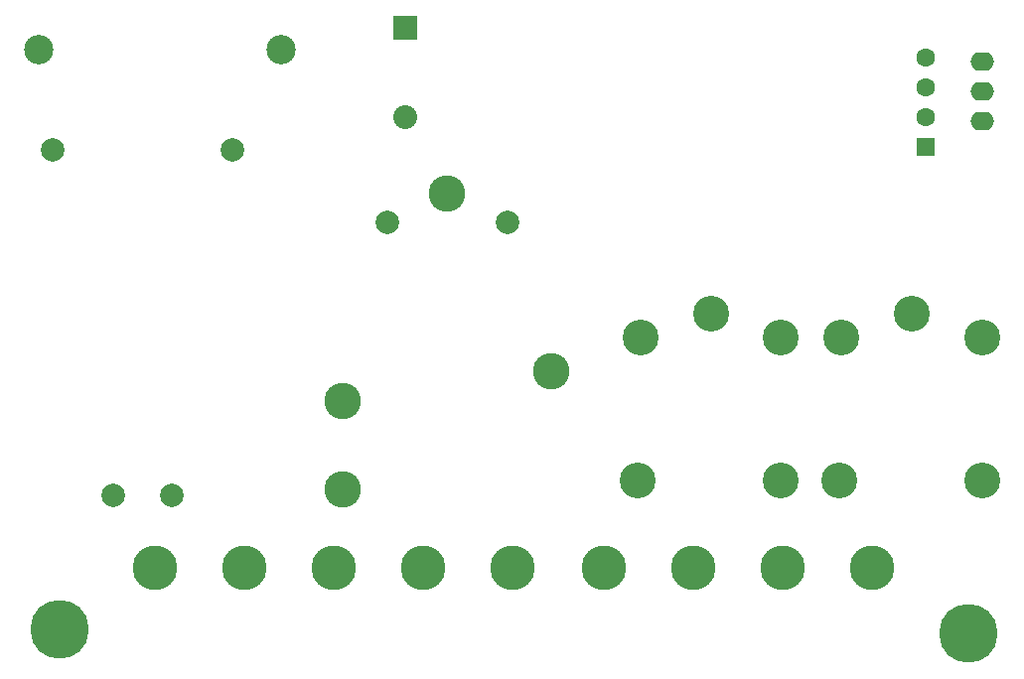
<source format=gbr>
G04*
G04 #@! TF.GenerationSoftware,Altium Limited,Altium Designer,25.0.2 (28)*
G04*
G04 Layer_Color=255*
%FSTAX25Y25*%
%MOIN*%
G70*
G04*
G04 #@! TF.SameCoordinates,1D9F657F-D979-4B8D-A71A-BEDC461EC683*
G04*
G04*
G04 #@! TF.FilePolarity,Positive*
G04*
G01*
G75*
%ADD64R,0.08000X0.08000*%
%ADD65C,0.08000*%
%ADD66C,0.14961*%
%ADD67C,0.07874*%
%ADD68C,0.12268*%
%ADD69R,0.06299X0.06299*%
%ADD70C,0.06299*%
%ADD71C,0.09843*%
%ADD72C,0.12000*%
%ADD73C,0.19685*%
%ADD74C,0.01968*%
%ADD75O,0.07874X0.06299*%
D64*
X0135059Y0235492D02*
D03*
D65*
Y0205571D02*
D03*
D66*
X0051059Y0054031D02*
D03*
X0081059D02*
D03*
X0111059D02*
D03*
X0141059D02*
D03*
X0171059D02*
D03*
X0201559D02*
D03*
X0231559D02*
D03*
X0261559D02*
D03*
X0291559D02*
D03*
D67*
X0036874Y0078531D02*
D03*
X0056559D02*
D03*
X0016402Y019428D02*
D03*
X0077031D02*
D03*
X0128941Y0170031D02*
D03*
X0169098D02*
D03*
D68*
X011398Y0080268D02*
D03*
X0184059Y0120031D02*
D03*
X011398Y0110189D02*
D03*
X014902Y0179874D02*
D03*
D69*
X0309559Y0195531D02*
D03*
D70*
Y0205532D02*
D03*
Y0225532D02*
D03*
Y0215531D02*
D03*
D71*
X0012008Y0228031D02*
D03*
X009311D02*
D03*
D72*
X0237437Y0139437D02*
D03*
X0261059Y0083531D02*
D03*
X0213059Y0083531D02*
D03*
X0261059Y0131563D02*
D03*
X0213815D02*
D03*
X0304937Y0139437D02*
D03*
X0328559Y0083531D02*
D03*
X0280559D02*
D03*
X0328559Y0131563D02*
D03*
X0281315D02*
D03*
D73*
X0324008Y0032033D02*
D03*
X0019059Y0033531D02*
D03*
D74*
X0332008Y0030033D02*
D03*
X0331079Y0036275D02*
D03*
X0326008Y0040033D02*
D03*
X0319765Y0039104D02*
D03*
X0316008Y0034033D02*
D03*
X0316937Y002779D02*
D03*
X0322008Y0024033D02*
D03*
X0328251Y0024962D02*
D03*
X0027059Y0031532D02*
D03*
X002613Y0037774D02*
D03*
X0021059Y0041532D02*
D03*
X0014816Y0040603D02*
D03*
X0011059Y0035531D02*
D03*
X0011988Y0029289D02*
D03*
X0017059Y0025532D02*
D03*
X0023302Y002646D02*
D03*
D75*
X0328559Y0224031D02*
D03*
Y0214032D02*
D03*
Y0204031D02*
D03*
M02*

</source>
